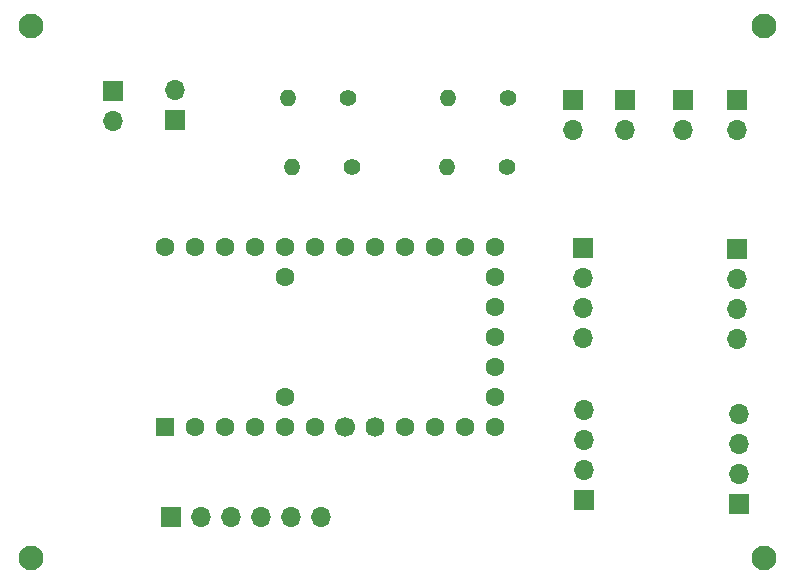
<source format=gbr>
%TF.GenerationSoftware,KiCad,Pcbnew,(6.0.0-0)*%
%TF.CreationDate,2022-01-07T12:45:36+01:00*%
%TF.ProjectId,TeensyTest,5465656e-7379-4546-9573-742e6b696361,rev?*%
%TF.SameCoordinates,Original*%
%TF.FileFunction,Soldermask,Top*%
%TF.FilePolarity,Negative*%
%FSLAX46Y46*%
G04 Gerber Fmt 4.6, Leading zero omitted, Abs format (unit mm)*
G04 Created by KiCad (PCBNEW (6.0.0-0)) date 2022-01-07 12:45:36*
%MOMM*%
%LPD*%
G01*
G04 APERTURE LIST*
%ADD10R,1.700000X1.700000*%
%ADD11O,1.700000X1.700000*%
%ADD12C,2.100000*%
%ADD13C,1.400000*%
%ADD14O,1.400000X1.400000*%
%ADD15R,1.600000X1.600000*%
%ADD16C,1.600000*%
%ADD17C,1.700000*%
%ADD18O,1.600000X1.700000*%
G04 APERTURE END LIST*
D10*
%TO.C,BT1*%
X128900000Y-93500000D03*
D11*
X128900000Y-96040000D03*
%TD*%
D10*
%TO.C,D1*%
X134200000Y-95975000D03*
D11*
X134200000Y-93435000D03*
%TD*%
D10*
%TO.C,J1*%
X181775000Y-94250000D03*
D11*
X181775000Y-96790000D03*
%TD*%
D12*
%TO.C,H3*%
X184000000Y-133000000D03*
%TD*%
D10*
%TO.C,HC5*%
X133858000Y-129540000D03*
D11*
X136398000Y-129540000D03*
X138938000Y-129540000D03*
X141478000Y-129540000D03*
X144018000Y-129540000D03*
X146558000Y-129540000D03*
%TD*%
D12*
%TO.C,H2*%
X122000000Y-133000000D03*
%TD*%
D13*
%TO.C,R3*%
X149140000Y-99900000D03*
D14*
X144060000Y-99900000D03*
%TD*%
D12*
%TO.C,H4*%
X184000000Y-88000000D03*
%TD*%
D15*
%TO.C,U1*%
X133350000Y-121920000D03*
D16*
X135890000Y-121920000D03*
X138430000Y-121920000D03*
X140970000Y-121920000D03*
X143510000Y-121920000D03*
X146050000Y-121920000D03*
D17*
X148590000Y-121920000D03*
D18*
X151130000Y-121920000D03*
D16*
X153670000Y-121920000D03*
X156210000Y-121920000D03*
X158750000Y-121920000D03*
X161290000Y-121920000D03*
X161290000Y-119380000D03*
X161290000Y-116840000D03*
X161290000Y-114300000D03*
X161290000Y-111760000D03*
X161290000Y-109220000D03*
X161290000Y-106680000D03*
X158750000Y-106680000D03*
X156210000Y-106680000D03*
X153670000Y-106680000D03*
X151130000Y-106680000D03*
X148590000Y-106680000D03*
X146050000Y-106680000D03*
X143510000Y-106680000D03*
X140970000Y-106680000D03*
X138430000Y-106680000D03*
X135890000Y-106680000D03*
X133350000Y-106680000D03*
X143510000Y-119380000D03*
X143510000Y-109220000D03*
%TD*%
D12*
%TO.C,H1*%
X122000000Y-88000000D03*
%TD*%
D10*
%TO.C,IC2_3*%
X181734000Y-106865000D03*
D11*
X181734000Y-109405000D03*
X181734000Y-111945000D03*
X181734000Y-114485000D03*
%TD*%
D13*
%TO.C,R1*%
X148840000Y-94100000D03*
D14*
X143760000Y-94100000D03*
%TD*%
D10*
%TO.C,J2*%
X167875000Y-94275000D03*
D11*
X167875000Y-96815000D03*
%TD*%
D13*
%TO.C,R2*%
X162340000Y-94100000D03*
D14*
X157260000Y-94100000D03*
%TD*%
D10*
%TO.C,IC2_2*%
X181875000Y-128425000D03*
D11*
X181875000Y-125885000D03*
X181875000Y-123345000D03*
X181875000Y-120805000D03*
%TD*%
D10*
%TO.C,J3*%
X172300000Y-94250000D03*
D11*
X172300000Y-96790000D03*
%TD*%
D13*
%TO.C,R4*%
X162240000Y-99900000D03*
D14*
X157160000Y-99900000D03*
%TD*%
D10*
%TO.C,IC2_4*%
X168700000Y-106760000D03*
D11*
X168700000Y-109300000D03*
X168700000Y-111840000D03*
X168700000Y-114380000D03*
%TD*%
D10*
%TO.C,IC2_1*%
X168757000Y-128084000D03*
D11*
X168757000Y-125544000D03*
X168757000Y-123004000D03*
X168757000Y-120464000D03*
%TD*%
D10*
%TO.C,J4*%
X177150000Y-94250000D03*
D11*
X177150000Y-96790000D03*
%TD*%
M02*

</source>
